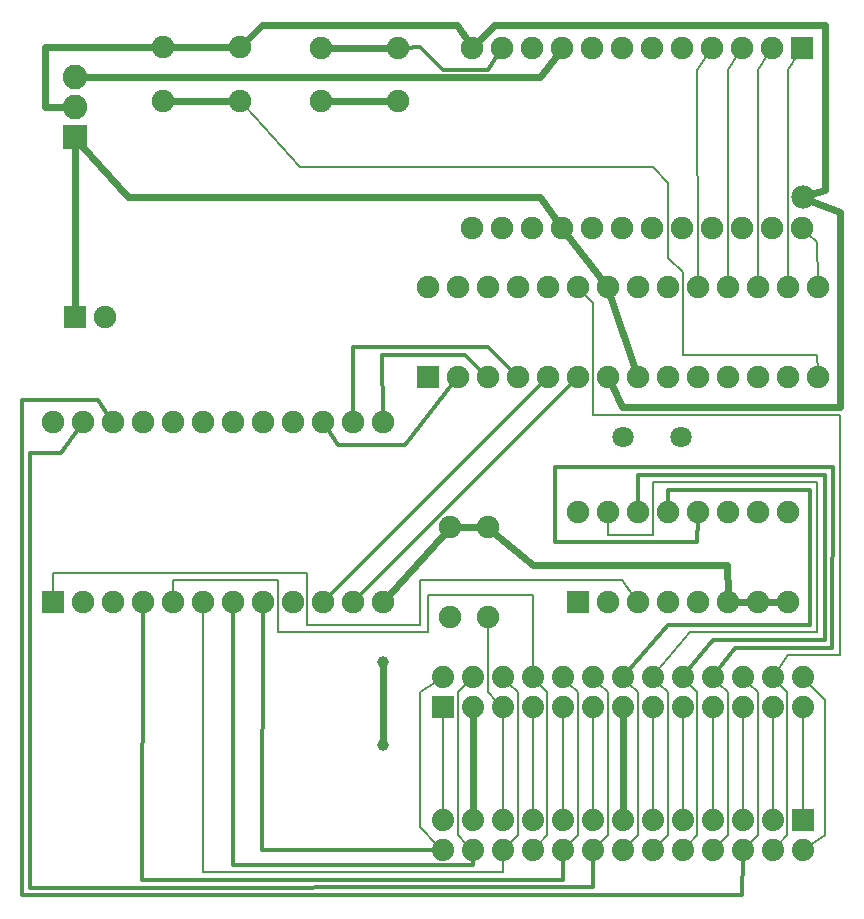
<source format=gtl>
G04 MADE WITH FRITZING*
G04 WWW.FRITZING.ORG*
G04 DOUBLE SIDED*
G04 HOLES PLATED*
G04 CONTOUR ON CENTER OF CONTOUR VECTOR*
%ASAXBY*%
%FSLAX23Y23*%
%MOIN*%
%OFA0B0*%
%SFA1.0B1.0*%
%ADD10C,0.075000*%
%ADD11C,0.039370*%
%ADD12C,0.074000*%
%ADD13C,0.082000*%
%ADD14C,0.070925*%
%ADD15C,0.070866*%
%ADD16C,0.078000*%
%ADD17R,0.075000X0.075000*%
%ADD18R,0.074000X0.074000*%
%ADD19R,0.082000X0.082000*%
%ADD20C,0.024000*%
%ADD21C,0.008000*%
%ADD22C,0.012000*%
%LNCOPPER1*%
G90*
G70*
G54D10*
X223Y1961D03*
X323Y1961D03*
G54D11*
X1248Y536D03*
X1248Y811D03*
G54D12*
X2648Y186D03*
X2548Y186D03*
X2448Y186D03*
X2348Y186D03*
X2248Y186D03*
X2148Y186D03*
X2048Y186D03*
X1948Y186D03*
X1848Y186D03*
X1748Y186D03*
X1648Y186D03*
X1548Y186D03*
X1448Y186D03*
X2648Y286D03*
X2548Y286D03*
X2448Y286D03*
X2348Y286D03*
X2248Y286D03*
X2148Y286D03*
X2048Y286D03*
X1948Y286D03*
X1848Y286D03*
X1748Y286D03*
X1648Y286D03*
X1548Y286D03*
X1448Y286D03*
X1448Y761D03*
X1548Y761D03*
X1648Y761D03*
X1748Y761D03*
X1848Y761D03*
X1948Y761D03*
X2048Y761D03*
X2148Y761D03*
X2248Y761D03*
X2348Y761D03*
X2448Y761D03*
X2548Y761D03*
X2648Y761D03*
X1448Y661D03*
X1548Y661D03*
X1648Y661D03*
X1748Y661D03*
X1848Y661D03*
X1948Y661D03*
X2048Y661D03*
X2148Y661D03*
X2248Y661D03*
X2348Y661D03*
X2448Y661D03*
X2548Y661D03*
X2648Y661D03*
G54D10*
X1398Y1761D03*
X1398Y2061D03*
X1498Y1761D03*
X1498Y2061D03*
X1598Y1761D03*
X1598Y2061D03*
X1698Y1761D03*
X1698Y2061D03*
X1798Y1761D03*
X1798Y2061D03*
X1898Y1761D03*
X1898Y2061D03*
X1998Y1761D03*
X1998Y2061D03*
X2098Y1761D03*
X2098Y2061D03*
X2198Y1761D03*
X2198Y2061D03*
X2298Y1761D03*
X2298Y2061D03*
X2398Y1761D03*
X2398Y2061D03*
X2498Y1761D03*
X2498Y2061D03*
X2598Y1761D03*
X2598Y2061D03*
X2698Y1761D03*
X2698Y2061D03*
X2646Y2859D03*
X2646Y2259D03*
X2546Y2859D03*
X2546Y2259D03*
X2446Y2859D03*
X2446Y2259D03*
X2346Y2859D03*
X2346Y2259D03*
X2246Y2859D03*
X2246Y2259D03*
X2146Y2859D03*
X2146Y2259D03*
X2046Y2859D03*
X2046Y2259D03*
X1946Y2859D03*
X1946Y2259D03*
X1846Y2859D03*
X1846Y2259D03*
X1746Y2859D03*
X1746Y2259D03*
X1646Y2859D03*
X1646Y2259D03*
X1546Y2859D03*
X1546Y2259D03*
X148Y1011D03*
X148Y1611D03*
X248Y1011D03*
X248Y1611D03*
X348Y1011D03*
X348Y1611D03*
X448Y1011D03*
X448Y1611D03*
X548Y1011D03*
X548Y1611D03*
X648Y1011D03*
X648Y1611D03*
X748Y1011D03*
X748Y1611D03*
X848Y1011D03*
X848Y1611D03*
X948Y1011D03*
X948Y1611D03*
X1048Y1011D03*
X1048Y1611D03*
X1148Y1011D03*
X1148Y1611D03*
X1248Y1011D03*
X1248Y1611D03*
G54D13*
X223Y2561D03*
X223Y2661D03*
X223Y2761D03*
G54D14*
X2241Y1561D03*
G54D15*
X2048Y1561D03*
G54D10*
X1898Y1011D03*
X1898Y1311D03*
X1998Y1011D03*
X1998Y1311D03*
X2098Y1011D03*
X2098Y1311D03*
X2198Y1011D03*
X2198Y1311D03*
X2298Y1011D03*
X2298Y1311D03*
X2398Y1011D03*
X2398Y1311D03*
X2498Y1011D03*
X2498Y1311D03*
X2598Y1011D03*
X2598Y1311D03*
X773Y2684D03*
X517Y2684D03*
X773Y2861D03*
X517Y2861D03*
X1298Y2682D03*
X1042Y2682D03*
X1298Y2859D03*
X1042Y2859D03*
X1598Y961D03*
X1598Y1261D03*
X1473Y961D03*
X1473Y1261D03*
G54D16*
X2648Y2361D03*
G54D17*
X223Y1961D03*
G54D18*
X2648Y286D03*
X1448Y661D03*
G54D17*
X1398Y1761D03*
X2646Y2859D03*
X148Y1011D03*
G54D19*
X223Y2561D03*
G54D17*
X1898Y1011D03*
G54D20*
X223Y2529D02*
X223Y1990D01*
G54D21*
D02*
X2249Y2112D02*
X2198Y2160D01*
D02*
X2198Y2160D02*
X2198Y2410D01*
D02*
X2198Y2410D02*
X2149Y2461D01*
D02*
X2149Y2461D02*
X972Y2461D01*
D02*
X972Y2461D02*
X789Y2667D01*
D02*
X2249Y1837D02*
X2249Y2112D01*
D02*
X2697Y1837D02*
X2249Y1837D01*
D02*
X2698Y1784D02*
X2697Y1837D01*
G54D20*
D02*
X2007Y2034D02*
X2089Y1788D01*
G54D22*
D02*
X1850Y86D02*
X447Y86D01*
D02*
X447Y86D02*
X448Y988D01*
D02*
X1849Y161D02*
X1850Y86D01*
G54D20*
D02*
X1454Y1240D02*
X1267Y1032D01*
G54D22*
D02*
X847Y185D02*
X848Y988D01*
D02*
X1423Y186D02*
X847Y185D01*
G54D21*
D02*
X1398Y912D02*
X898Y912D01*
D02*
X1398Y1037D02*
X1398Y912D01*
D02*
X549Y1085D02*
X548Y1034D01*
D02*
X898Y1085D02*
X549Y1085D01*
D02*
X898Y912D02*
X898Y1085D01*
D02*
X1749Y1037D02*
X1398Y1037D01*
D02*
X1748Y787D02*
X1749Y1037D01*
D02*
X1648Y113D02*
X648Y112D01*
G54D22*
D02*
X1549Y135D02*
X748Y137D01*
G54D21*
D02*
X648Y112D02*
X648Y988D01*
G54D22*
D02*
X748Y137D02*
X748Y988D01*
G54D21*
D02*
X1648Y161D02*
X1648Y113D01*
G54D22*
D02*
X1548Y161D02*
X1549Y135D01*
G54D20*
D02*
X1502Y1261D02*
X1570Y1261D01*
G54D22*
D02*
X2198Y937D02*
X2065Y781D01*
G54D20*
D02*
X1248Y555D02*
X1248Y792D01*
G54D21*
D02*
X1599Y712D02*
X1630Y680D01*
D02*
X1598Y938D02*
X1599Y712D01*
G54D20*
D02*
X745Y2861D02*
X546Y2861D01*
D02*
X2047Y1661D02*
X2774Y1661D01*
D02*
X2774Y1661D02*
X2774Y2311D01*
D02*
X2011Y1735D02*
X2047Y1661D01*
D02*
X2774Y2311D02*
X2676Y2350D01*
D02*
X1772Y2762D02*
X255Y2761D01*
D02*
X1071Y2682D02*
X1270Y2682D01*
D02*
X1829Y2837D02*
X1772Y2762D01*
G54D22*
D02*
X2674Y936D02*
X2674Y1386D01*
D02*
X2674Y1386D02*
X2198Y1386D01*
D02*
X2198Y1386D02*
X2198Y1334D01*
D02*
X2198Y937D02*
X2674Y936D01*
G54D21*
D02*
X2598Y2787D02*
X2633Y2840D01*
D02*
X2297Y2787D02*
X2333Y2840D01*
G54D20*
D02*
X2570Y1011D02*
X2527Y1011D01*
G54D21*
D02*
X2598Y2084D02*
X2598Y2787D01*
D02*
X2298Y2084D02*
X2297Y2787D01*
G54D22*
D02*
X2724Y886D02*
X2723Y1437D01*
D02*
X2723Y1437D02*
X2098Y1437D01*
D02*
X2098Y1437D02*
X2098Y1334D01*
D02*
X2348Y886D02*
X2724Y886D01*
D02*
X1100Y1536D02*
X1061Y1592D01*
D02*
X1324Y1536D02*
X1100Y1536D01*
D02*
X1484Y1743D02*
X1324Y1536D01*
G54D20*
D02*
X2470Y1011D02*
X2427Y1011D01*
G54D22*
D02*
X2264Y781D02*
X2348Y886D01*
G54D21*
D02*
X1848Y312D02*
X1848Y636D01*
D02*
X1748Y312D02*
X1748Y636D01*
D02*
X1648Y312D02*
X1648Y636D01*
G54D20*
D02*
X1548Y317D02*
X1548Y630D01*
G54D21*
D02*
X1448Y312D02*
X1448Y636D01*
D02*
X2697Y2211D02*
X2663Y2244D01*
D02*
X2698Y2084D02*
X2697Y2211D01*
G54D20*
D02*
X546Y2684D02*
X745Y2684D01*
D02*
X1270Y2859D02*
X1071Y2859D01*
G54D21*
D02*
X1373Y261D02*
X1373Y711D01*
D02*
X1430Y204D02*
X1373Y261D01*
D02*
X2648Y312D02*
X2648Y636D01*
D02*
X2548Y312D02*
X2548Y636D01*
D02*
X2448Y312D02*
X2448Y636D01*
D02*
X2348Y312D02*
X2348Y636D01*
D02*
X2248Y312D02*
X2248Y636D01*
D02*
X2148Y312D02*
X2148Y636D01*
G54D20*
D02*
X2048Y317D02*
X2048Y630D01*
G54D21*
D02*
X1948Y312D02*
X1948Y636D01*
D02*
X1373Y711D02*
X1427Y747D01*
D02*
X1499Y711D02*
X1530Y743D01*
D02*
X1499Y235D02*
X1499Y711D01*
D02*
X1699Y236D02*
X1699Y712D01*
D02*
X1699Y712D02*
X1667Y743D01*
D02*
X1797Y236D02*
X1797Y712D01*
D02*
X1797Y712D02*
X1766Y743D01*
D02*
X1766Y204D02*
X1797Y236D01*
D02*
X1666Y204D02*
X1699Y236D01*
D02*
X1530Y204D02*
X1499Y235D01*
D02*
X1898Y712D02*
X1866Y743D01*
D02*
X1898Y236D02*
X1898Y712D01*
D02*
X1999Y236D02*
X1999Y712D01*
D02*
X1999Y712D02*
X1967Y743D01*
D02*
X2199Y236D02*
X2199Y712D01*
D02*
X2199Y712D02*
X2167Y743D01*
D02*
X2297Y712D02*
X2266Y743D01*
D02*
X2166Y204D02*
X2199Y236D01*
D02*
X1966Y204D02*
X1999Y236D01*
D02*
X1866Y204D02*
X1898Y236D01*
D02*
X2297Y236D02*
X2297Y712D01*
D02*
X2398Y236D02*
X2398Y712D01*
D02*
X2398Y712D02*
X2366Y743D01*
D02*
X2499Y712D02*
X2467Y743D01*
D02*
X2499Y236D02*
X2499Y712D01*
D02*
X2597Y236D02*
X2597Y712D01*
D02*
X2597Y712D02*
X2566Y743D01*
D02*
X2466Y204D02*
X2499Y236D01*
D02*
X2366Y204D02*
X2398Y236D01*
D02*
X2266Y204D02*
X2297Y236D01*
D02*
X2399Y2787D02*
X2434Y2840D01*
D02*
X2722Y236D02*
X2722Y686D01*
D02*
X2722Y686D02*
X2666Y743D01*
D02*
X2669Y200D02*
X2722Y236D01*
D02*
X2566Y204D02*
X2597Y236D01*
D02*
X2398Y2084D02*
X2399Y2787D01*
D02*
X2098Y236D02*
X2098Y712D01*
D02*
X2098Y712D02*
X2066Y743D01*
D02*
X2066Y204D02*
X2098Y236D01*
G54D20*
D02*
X1981Y2084D02*
X1864Y2237D01*
D02*
X1749Y1136D02*
X1620Y1243D01*
D02*
X2397Y1137D02*
X1749Y1136D01*
D02*
X2398Y1040D02*
X2397Y1137D01*
G54D22*
D02*
X1522Y1837D02*
X1582Y1777D01*
D02*
X1247Y1837D02*
X1522Y1837D01*
D02*
X1248Y1634D02*
X1247Y1837D01*
D02*
X1599Y1862D02*
X1148Y1862D01*
D02*
X1148Y1862D02*
X1148Y1634D01*
D02*
X1682Y1778D02*
X1599Y1862D01*
D02*
X1749Y1712D02*
X1782Y1745D01*
G54D20*
D02*
X399Y2362D02*
X244Y2537D01*
D02*
X1772Y2362D02*
X399Y2362D01*
G54D22*
D02*
X1064Y1027D02*
X1749Y1712D01*
D02*
X1849Y1712D02*
X1164Y1027D01*
D02*
X1882Y1745D02*
X1849Y1712D01*
G54D20*
D02*
X1830Y2283D02*
X1772Y2362D01*
D02*
X2723Y2387D02*
X2723Y2935D01*
D02*
X2723Y2935D02*
X1620Y2936D01*
D02*
X1620Y2936D02*
X1566Y2880D01*
D02*
X2677Y2371D02*
X2723Y2387D01*
G54D21*
D02*
X2499Y2787D02*
X2534Y2840D01*
D02*
X2498Y2084D02*
X2499Y2787D01*
D02*
X2272Y913D02*
X2697Y913D01*
D02*
X2697Y913D02*
X2697Y1411D01*
D02*
X2697Y1411D02*
X2149Y1411D01*
D02*
X2149Y1411D02*
X2149Y1235D01*
D02*
X2149Y1235D02*
X1999Y1235D01*
D02*
X2164Y781D02*
X2272Y913D01*
G54D22*
D02*
X1823Y1212D02*
X2297Y1212D01*
D02*
X2747Y860D02*
X2748Y1462D01*
G54D21*
D02*
X2774Y1635D02*
X2773Y837D01*
D02*
X1999Y1235D02*
X1998Y1288D01*
G54D22*
D02*
X2748Y1462D02*
X1823Y1462D01*
D02*
X2297Y1212D02*
X2298Y1288D01*
D02*
X1823Y1462D02*
X1823Y1212D01*
G54D21*
D02*
X2773Y837D02*
X2599Y837D01*
G54D22*
D02*
X2424Y860D02*
X2747Y860D01*
D02*
X2364Y781D02*
X2424Y860D01*
G54D20*
D02*
X123Y2861D02*
X489Y2861D01*
D02*
X123Y2662D02*
X123Y2861D01*
D02*
X191Y2662D02*
X123Y2662D01*
G54D22*
D02*
X1449Y2787D02*
X1599Y2787D01*
D02*
X1372Y2861D02*
X1449Y2787D01*
D02*
X1599Y2787D02*
X1634Y2840D01*
D02*
X1321Y2860D02*
X1372Y2861D01*
G54D20*
D02*
X847Y2935D02*
X793Y2881D01*
D02*
X1497Y2935D02*
X847Y2935D01*
D02*
X1531Y2883D02*
X1497Y2935D01*
G54D21*
D02*
X1948Y1635D02*
X2774Y1635D01*
D02*
X1948Y2010D02*
X1948Y1635D01*
D02*
X2598Y837D02*
X2562Y782D01*
D02*
X1914Y2045D02*
X1948Y2010D01*
D02*
X149Y1110D02*
X148Y1034D01*
D02*
X1372Y937D02*
X997Y937D01*
D02*
X1372Y1085D02*
X1372Y937D01*
D02*
X2047Y1085D02*
X1372Y1085D01*
D02*
X997Y937D02*
X997Y1110D01*
D02*
X997Y1110D02*
X149Y1110D01*
D02*
X2085Y1030D02*
X2047Y1085D01*
G54D22*
D02*
X2447Y35D02*
X2448Y161D01*
D02*
X47Y35D02*
X2447Y35D01*
D02*
X47Y1686D02*
X47Y35D01*
D02*
X299Y1686D02*
X47Y1686D01*
D02*
X336Y1630D02*
X299Y1686D01*
D02*
X175Y1510D02*
X235Y1593D01*
D02*
X72Y1510D02*
X175Y1510D01*
D02*
X72Y60D02*
X72Y1510D01*
D02*
X1949Y63D02*
X72Y60D01*
D02*
X1948Y161D02*
X1949Y63D01*
G04 End of Copper1*
M02*
</source>
